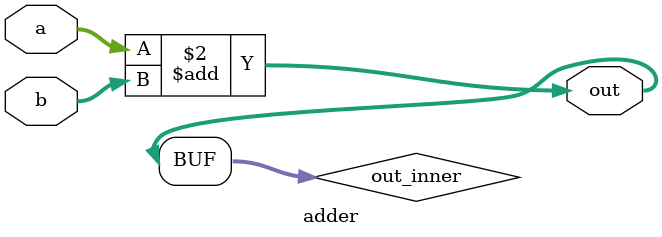
<source format=v>


module adder_tree#(parameter NUM = 4096, LEN = 16, LEVEL = $clog2(NUM) )(
    input  clk,
    input  [NUM*LEN-1:0] in,
    output [LEN-1:0] sum
    );
    
    // 将输入长向量还原为矩阵形式。高位是右侧的C&S
    wire  [LEN-1:0] in_inner[NUM-1:0]; 
    reg   [LEN-1:0] sum_inner;
    
    genvar i;
    for ( i = 0; i < NUM ; i = i + 1)
    begin
        assign in_inner[i]=in[(i+1)*LEN-1:i*LEN];
    end
    
    
    // 计算各个级别的比较器数目，将各个级别的首地址记录在一个单独的变量之中
    // START_LEVELx             记录了LEVELx输入线的起始index。 
    // NUM_INPUT_LEVELx         记录LEVELx的输入线数目。
    // IS_ODD_NUM_INPUT_LEVELx  记录了LEVELx的输入线总数是否为奇数？
    // DIV2_NUM_LEVELx          为LEVELx输入线数目直接右移1位。（中间变量）
    // NUM_ADDER_LEVELx         记录了LEVELx的ADDER个数,同时也是LEVEL(x+1)的输入线数目。
         
    localparam   START_LEVEL0             =  0;
    localparam   NUM_INPUT_LEVEL0         =  NUM;
    localparam   IS_ODD_NUM_INPUT_LEVEL0  =  NUM_INPUT_LEVEL0[0]==1?1:0;
    localparam   DIV2_NUM_INPUT_LEVEL0    =  NUM_INPUT_LEVEL0>>1;
    localparam   NUM_ADDER_LEVEL0         =  (NUM_INPUT_LEVEL0==1)?0:DIV2_NUM_INPUT_LEVEL0 + IS_ODD_NUM_INPUT_LEVEL0;
    
    localparam   START_LEVEL1             =  START_LEVEL0 + NUM_INPUT_LEVEL0*LEN;
    localparam   NUM_INPUT_LEVEL1         =  NUM_ADDER_LEVEL0;
    localparam   IS_ODD_NUM_INPUT_LEVEL1  =  NUM_INPUT_LEVEL1[0]==1?1:0;
    localparam   DIV2_NUM_INPUT_LEVEL1    =  NUM_INPUT_LEVEL1>>1;
    localparam   NUM_ADDER_LEVEL1         =  (NUM_INPUT_LEVEL1==1)?0:DIV2_NUM_INPUT_LEVEL1 + IS_ODD_NUM_INPUT_LEVEL1;
    
    localparam   START_LEVEL2             =  START_LEVEL1 + NUM_INPUT_LEVEL1*(LEN+1);
    localparam   NUM_INPUT_LEVEL2         =  NUM_ADDER_LEVEL1;
    localparam   IS_ODD_NUM_INPUT_LEVEL2  =  NUM_INPUT_LEVEL2[0]==1?1:0;
    localparam   DIV2_NUM_INPUT_LEVEL2    =  NUM_INPUT_LEVEL2>>1;
    localparam   NUM_ADDER_LEVEL2         =  (NUM_INPUT_LEVEL2==1)?0:DIV2_NUM_INPUT_LEVEL2 + IS_ODD_NUM_INPUT_LEVEL2;
    
    localparam   START_LEVEL3             =  START_LEVEL2 + NUM_INPUT_LEVEL2;
    localparam   NUM_INPUT_LEVEL3         =  NUM_ADDER_LEVEL2;
    localparam   IS_ODD_NUM_INPUT_LEVEL3  =  NUM_INPUT_LEVEL3[0]==1?1:0;
    localparam   DIV2_NUM_INPUT_LEVEL3    =  NUM_INPUT_LEVEL3>>1;
    localparam   NUM_ADDER_LEVEL3         =  (NUM_INPUT_LEVEL3==1)?0:DIV2_NUM_INPUT_LEVEL3 + IS_ODD_NUM_INPUT_LEVEL3;
    
    localparam   START_LEVEL4             =  START_LEVEL3 + NUM_INPUT_LEVEL3;
    localparam   NUM_INPUT_LEVEL4         =  NUM_ADDER_LEVEL3;
    localparam   IS_ODD_NUM_INPUT_LEVEL4  =  NUM_INPUT_LEVEL4[0]==1?1:0;
    localparam   DIV2_NUM_INPUT_LEVEL4    =  NUM_INPUT_LEVEL4>>1;
    localparam   NUM_ADDER_LEVEL4         =  (NUM_INPUT_LEVEL4==1)?0:DIV2_NUM_INPUT_LEVEL4 + IS_ODD_NUM_INPUT_LEVEL4;
    
    localparam   START_LEVEL5             =  START_LEVEL4 + NUM_INPUT_LEVEL4;
    localparam   NUM_INPUT_LEVEL5         =  NUM_ADDER_LEVEL4;
    localparam   IS_ODD_NUM_INPUT_LEVEL5  =  NUM_INPUT_LEVEL5[0]==1?1:0;
    localparam   DIV2_NUM_INPUT_LEVEL5    =  NUM_INPUT_LEVEL5>>1;
    localparam   NUM_ADDER_LEVEL5         =  (NUM_INPUT_LEVEL5==1)?0:DIV2_NUM_INPUT_LEVEL5 + IS_ODD_NUM_INPUT_LEVEL5;
    
    localparam   START_LEVEL6             =  START_LEVEL5 + NUM_INPUT_LEVEL5;
    localparam   NUM_INPUT_LEVEL6         =  NUM_ADDER_LEVEL5;
    localparam   IS_ODD_NUM_INPUT_LEVEL6  =  NUM_INPUT_LEVEL6[0]==1?1:0;
    localparam   DIV2_NUM_INPUT_LEVEL6    =  NUM_INPUT_LEVEL6>>1;
    localparam   NUM_ADDER_LEVEL6         =  (NUM_INPUT_LEVEL6==1)?0:DIV2_NUM_INPUT_LEVEL6 + IS_ODD_NUM_INPUT_LEVEL6;
    
    localparam   START_LEVEL7             =  START_LEVEL6 + NUM_INPUT_LEVEL6;
    localparam   NUM_INPUT_LEVEL7         =  NUM_ADDER_LEVEL6;
    localparam   IS_ODD_NUM_INPUT_LEVEL7  =  NUM_INPUT_LEVEL7[0]==1?1:0;
    localparam   DIV2_NUM_INPUT_LEVEL7    =  NUM_INPUT_LEVEL7>>1;
    localparam   NUM_ADDER_LEVEL7         =  (NUM_INPUT_LEVEL7==1)?0:DIV2_NUM_INPUT_LEVEL7 + IS_ODD_NUM_INPUT_LEVEL7;
    
    localparam   START_LEVEL8             =  START_LEVEL7 + NUM_INPUT_LEVEL7;
    localparam   NUM_INPUT_LEVEL8         =  NUM_ADDER_LEVEL7;
    localparam   IS_ODD_NUM_INPUT_LEVEL8  =  NUM_INPUT_LEVEL8[0]==1?1:0;
    localparam   DIV2_NUM_INPUT_LEVEL8    =  NUM_INPUT_LEVEL8>>1;
    localparam   NUM_ADDER_LEVEL8         =  (NUM_INPUT_LEVEL8==1)?0:DIV2_NUM_INPUT_LEVEL8 + IS_ODD_NUM_INPUT_LEVEL8;
    
    localparam   START_LEVEL9             =  START_LEVEL8 + NUM_INPUT_LEVEL8;
    localparam   NUM_INPUT_LEVEL9         =  NUM_ADDER_LEVEL8;
    localparam   IS_ODD_NUM_INPUT_LEVEL9  =  NUM_INPUT_LEVEL9[0]==1?1:0;
    localparam   DIV2_NUM_INPUT_LEVEL9    =  NUM_INPUT_LEVEL9>>1;
    localparam   NUM_ADDER_LEVEL9         =  (NUM_INPUT_LEVEL9==1)?0:DIV2_NUM_INPUT_LEVEL9 + IS_ODD_NUM_INPUT_LEVEL9;

    localparam   START_LEVEL10            =  START_LEVEL9 + NUM_INPUT_LEVEL9;
    localparam   NUM_INPUT_LEVEL10        =  NUM_ADDER_LEVEL9;
    localparam   IS_ODD_NUM_INPUT_LEVEL10 =  NUM_INPUT_LEVEL10[0]==1?1:0;
    localparam   DIV2_NUM_INPUT_LEVEL10   =  NUM_INPUT_LEVEL10>>1;
    localparam   NUM_ADDER_LEVEL10        =  (NUM_INPUT_LEVEL10==1)?0:DIV2_NUM_INPUT_LEVEL10 + IS_ODD_NUM_INPUT_LEVEL10;

    localparam   START_LEVEL11            =  START_LEVEL10 + NUM_INPUT_LEVEL10;
    localparam   NUM_INPUT_LEVEL11        =  NUM_ADDER_LEVEL10;
    localparam   IS_ODD_NUM_INPUT_LEVEL11 =  NUM_INPUT_LEVEL11[0]==1?1:0;
    localparam   DIV2_NUM_INPUT_LEVEL11   =  NUM_INPUT_LEVEL11>>1;
    localparam   NUM_ADDER_LEVEL11        =  (NUM_INPUT_LEVEL11==1)?0:DIV2_NUM_INPUT_LEVEL11 + IS_ODD_NUM_INPUT_LEVEL11;    
    
    localparam   START_LEVEL12            =  START_LEVEL11 + NUM_INPUT_LEVEL11;
    localparam   NUM_INPUT_LEVEL12        =  NUM_ADDER_LEVEL11;
    localparam   IS_ODD_NUM_INPUT_LEVEL12 =  NUM_INPUT_LEVEL12[0]==1?1:0;
    localparam   DIV2_NUM_INPUT_LEVEL12   =  NUM_INPUT_LEVEL12>>1;
    localparam   NUM_ADDER_LEVEL12        =  (NUM_INPUT_LEVEL12==1)?0:DIV2_NUM_INPUT_LEVEL12 + IS_ODD_NUM_INPUT_LEVEL12;    
    localparam   START_LEVEL13            =  START_LEVEL12 + NUM_INPUT_LEVEL12;

    wire [LEN-1:0] wire_inner[START_LEVEL13-1:0]; //多加的1是最终的输出。
    
    for (i = 0; i < NUM_INPUT_LEVEL0; i = i + 1) 
    begin
       assign wire_inner[i] = in_inner[i];
    end
    
    genvar index_num;
    generate
        
    for (index_num = 0; index_num < NUM_ADDER_LEVEL0-IS_ODD_NUM_INPUT_LEVEL0; index_num = index_num + 1)
    begin
        adder#(.LEN(LEN)) level0(.a(wire_inner[START_LEVEL0 + 2*index_num]),.b(wire_inner[START_LEVEL0+2*index_num+1]),.out(wire_inner[START_LEVEL1+index_num]));
    end
    if(IS_ODD_NUM_INPUT_LEVEL0 && (NUM_ADDER_LEVEL0>0))
        adder#(.LEN(LEN)) level0_last(.a(wire_inner[START_LEVEL0+2*(NUM_ADDER_LEVEL0-1)]),.b(0),.out(wire_inner[START_LEVEL1+NUM_ADDER_LEVEL0 - 1]));
    
    for (index_num = 0; index_num < NUM_ADDER_LEVEL1-IS_ODD_NUM_INPUT_LEVEL1; index_num = index_num + 1)
    begin
        adder#(.LEN(LEN)) level1(.a(wire_inner[START_LEVEL1+2*index_num]),.b(wire_inner[START_LEVEL1+2*index_num+1]),.out(wire_inner[START_LEVEL2+index_num]));
    end
    if(IS_ODD_NUM_INPUT_LEVEL1 && (NUM_ADDER_LEVEL1>0))
        adder#(.LEN(LEN)) level1_last(.a(wire_inner[START_LEVEL1+2*(NUM_ADDER_LEVEL1-1)]),.b(0),.out(wire_inner[START_LEVEL2+NUM_ADDER_LEVEL1 - 1]));
    
    for (index_num = 0; index_num < NUM_ADDER_LEVEL2-IS_ODD_NUM_INPUT_LEVEL2; index_num = index_num + 1)
    begin
        adder#(.LEN(LEN)) level2(.a(wire_inner[START_LEVEL2+2*index_num]),.b(wire_inner[START_LEVEL2+2*index_num+1]),.out(wire_inner[START_LEVEL3+index_num]));
    end
    if(IS_ODD_NUM_INPUT_LEVEL2 && (NUM_ADDER_LEVEL2>0))
        adder#(.LEN(LEN)) level2_last(.a(wire_inner[START_LEVEL2+2*(NUM_ADDER_LEVEL2-1)]),.b(0),.out(wire_inner[START_LEVEL3+NUM_ADDER_LEVEL2 - 1]));
    
    for (index_num = 0; index_num < NUM_ADDER_LEVEL3-IS_ODD_NUM_INPUT_LEVEL3; index_num = index_num + 1)
    begin
        adder#(.LEN(LEN)) level3(.a(wire_inner[START_LEVEL3+2*index_num]),.b(wire_inner[START_LEVEL3+2*index_num+1]),.out(wire_inner[START_LEVEL4+index_num]));
    end
    if(IS_ODD_NUM_INPUT_LEVEL3 && (NUM_ADDER_LEVEL3>0))
        adder#(.LEN(LEN)) level3_last(.a(wire_inner[START_LEVEL3+2*(NUM_ADDER_LEVEL3-1)]),.b(0),.out(wire_inner[START_LEVEL4+NUM_ADDER_LEVEL3 - 1]));
    
    for (index_num = 0; index_num < NUM_ADDER_LEVEL4-IS_ODD_NUM_INPUT_LEVEL4; index_num = index_num + 1)
    begin
        adder#(.LEN(LEN)) level4(.a(wire_inner[START_LEVEL4+2*index_num]),.b(wire_inner[START_LEVEL4+2*index_num+1]),.out(wire_inner[START_LEVEL5+index_num]));
    end
    if(IS_ODD_NUM_INPUT_LEVEL4 && (NUM_ADDER_LEVEL4>0))
        adder#(.LEN(LEN)) level4_last(.a(wire_inner[START_LEVEL4+2*(NUM_ADDER_LEVEL4-1)]),.b(0),.out(wire_inner[START_LEVEL5+NUM_ADDER_LEVEL4 - 1]));
    
    for (index_num = 0; index_num < NUM_ADDER_LEVEL5-IS_ODD_NUM_INPUT_LEVEL5; index_num = index_num + 1)
    begin
        adder#(.LEN(LEN)) level5(.a(wire_inner[START_LEVEL5+2*index_num]),.b(wire_inner[START_LEVEL5+2*index_num+1]),.out(wire_inner[START_LEVEL6+index_num]));
    end
    if(IS_ODD_NUM_INPUT_LEVEL5 && (NUM_ADDER_LEVEL5>0))
        adder#(.LEN(LEN)) level5_last(.a(wire_inner[START_LEVEL5+2*(NUM_ADDER_LEVEL5-1)]),.b(0),.out(wire_inner[START_LEVEL6+NUM_ADDER_LEVEL5 - 1]));
    
    for (index_num = 0; index_num < NUM_ADDER_LEVEL6-IS_ODD_NUM_INPUT_LEVEL6; index_num = index_num + 1)
    begin
        adder#(.LEN(LEN)) level6(.a(wire_inner[START_LEVEL6+2*index_num]),.b(wire_inner[START_LEVEL6+2*index_num+1]),.out(wire_inner[START_LEVEL7+index_num]));
    end
    if(IS_ODD_NUM_INPUT_LEVEL6 && (NUM_ADDER_LEVEL6>0))
        adder#(.LEN(LEN)) level6_last(.a(wire_inner[START_LEVEL6+2*(NUM_ADDER_LEVEL6-1)]),.b(0),.out(wire_inner[START_LEVEL7+NUM_ADDER_LEVEL6 - 1]));
    
    for (index_num = 0; index_num < NUM_ADDER_LEVEL7-IS_ODD_NUM_INPUT_LEVEL7; index_num = index_num + 1)
    begin
        adder#(.LEN(LEN)) level7(.a(wire_inner[START_LEVEL7+2*index_num]),.b(wire_inner[START_LEVEL7+2*index_num+1]),.out(wire_inner[START_LEVEL8+index_num]));
    end
    if(IS_ODD_NUM_INPUT_LEVEL7 && (NUM_ADDER_LEVEL7>0))
        adder#(.LEN(LEN)) level7_last(.a(wire_inner[START_LEVEL7+2*(NUM_ADDER_LEVEL7-1)]),.b(0),.out(wire_inner[START_LEVEL8+NUM_ADDER_LEVEL7 - 1]));
    
    for (index_num = 0; index_num < NUM_ADDER_LEVEL8-IS_ODD_NUM_INPUT_LEVEL8; index_num = index_num + 1)
    begin
        adder#(.LEN(LEN)) level8(.a(wire_inner[START_LEVEL8+2*index_num]),.b(wire_inner[START_LEVEL8+2*index_num+1]),.out(wire_inner[START_LEVEL9+index_num]));
    end
    if(IS_ODD_NUM_INPUT_LEVEL8 && (NUM_ADDER_LEVEL8>0))
        adder#(.LEN(LEN)) level8_last(.a(wire_inner[START_LEVEL8+2*(NUM_ADDER_LEVEL8-1)]),.b(0),.out(wire_inner[START_LEVEL9+NUM_ADDER_LEVEL8 - 1]));
    
    for (index_num = 0; index_num < NUM_ADDER_LEVEL9-IS_ODD_NUM_INPUT_LEVEL9; index_num = index_num + 1)
    begin
        adder#(.LEN(LEN)) level9(.a(wire_inner[START_LEVEL9+2*index_num]),.b(wire_inner[START_LEVEL9+2*index_num+1]),.out(wire_inner[START_LEVEL10+index_num]));
    end
    if(IS_ODD_NUM_INPUT_LEVEL9 && (NUM_ADDER_LEVEL9>0))
        adder#(.LEN(LEN)) level9_last(.a(wire_inner[START_LEVEL9+2*(NUM_ADDER_LEVEL9-1)]),.b(0),.out(wire_inner[START_LEVEL10+NUM_ADDER_LEVEL9 - 1]));   
    
    for (index_num = 0; index_num < NUM_ADDER_LEVEL10-IS_ODD_NUM_INPUT_LEVEL10; index_num = index_num + 1)
    begin
        adder#(.LEN(LEN)) level10(.a(wire_inner[START_LEVEL10+2*index_num]),.b(wire_inner[START_LEVEL10+2*index_num+1]),.out(wire_inner[START_LEVEL11+index_num]));
    end
    if(IS_ODD_NUM_INPUT_LEVEL10 && (NUM_ADDER_LEVEL10>0))
        adder#(.LEN(LEN)) level10_last(.a(wire_inner[START_LEVEL10+2*(NUM_ADDER_LEVEL10-1)]),.b(0),.out(wire_inner[START_LEVEL11+NUM_ADDER_LEVEL10 - 1]));
    
    for (index_num = 0; index_num < NUM_ADDER_LEVEL11-IS_ODD_NUM_INPUT_LEVEL11; index_num = index_num + 1)
    begin
        adder#(.LEN(LEN)) level11(.a(wire_inner[START_LEVEL11+2*index_num]),.b(wire_inner[START_LEVEL11+2*index_num+1]),.out(wire_inner[START_LEVEL12+index_num]));
    end
    if(IS_ODD_NUM_INPUT_LEVEL11 && (NUM_ADDER_LEVEL11>0))
        adder#(.LEN(LEN)) level11_last(.a(wire_inner[START_LEVEL11+2*(NUM_ADDER_LEVEL11-1)]),.b(0),.out(wire_inner[START_LEVEL12+NUM_ADDER_LEVEL11 - 1]));
    
    for (index_num = 0; index_num < NUM_ADDER_LEVEL12-IS_ODD_NUM_INPUT_LEVEL12; index_num = index_num + 1)
    begin
        adder#(.LEN(LEN)) level12(.a(wire_inner[START_LEVEL12+2*index_num]),.b(wire_inner[START_LEVEL12+2*index_num+1]),.out(wire_inner[START_LEVEL13+index_num]));
    end
    if(IS_ODD_NUM_INPUT_LEVEL12 && (NUM_ADDER_LEVEL12>0))
        adder#(.LEN(LEN)) level12_last(.a(wire_inner[START_LEVEL12+2*(NUM_ADDER_LEVEL12-1)]),.b(0),.out(wire_inner[START_LEVEL13+NUM_ADDER_LEVEL12 - 1]));
    endgenerate
 
    always@*
    begin
        sum_inner = wire_inner[START_LEVEL13-1];
    end
    
    assign sum = sum_inner;
endmodule


module adder#(parameter LEN = 16)(
    input  [LEN-1:0] a,
    input  [LEN-1:0] b,
    output [LEN-1:0]  out
    );
    reg  [LEN-1:0]  out_inner;
    always@*
    begin
        out_inner = a + b;
    end
    
    assign out = out_inner;
endmodule



</source>
